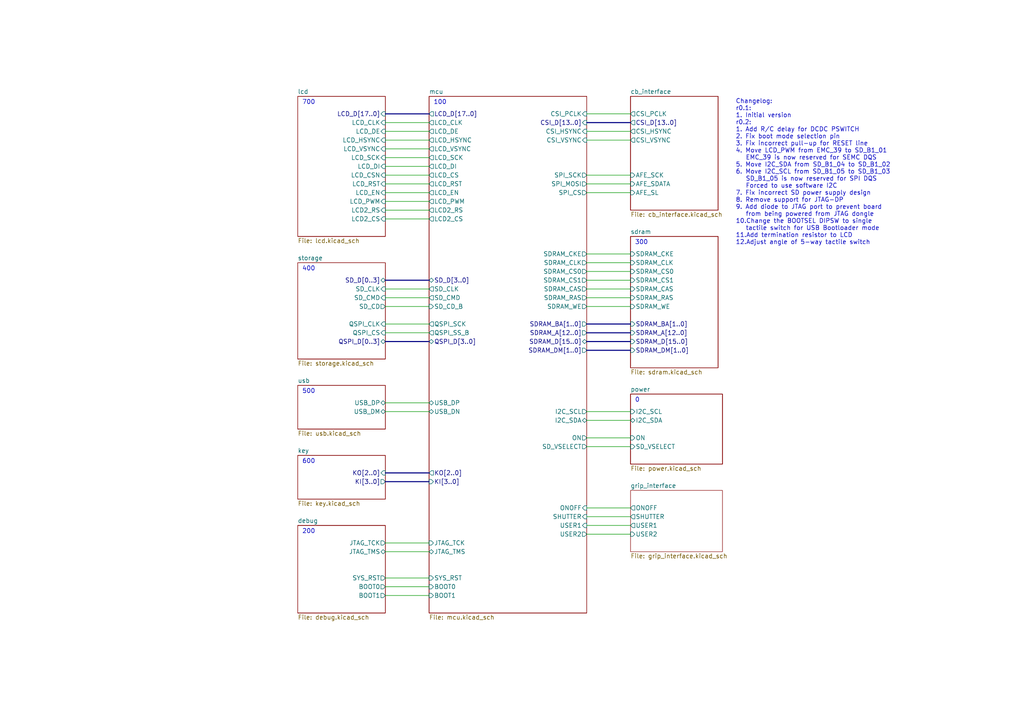
<source format=kicad_sch>
(kicad_sch (version 20210621) (generator eeschema)
  (paper "A4")
  (title_block (title "SitinaNe") (rev "R0.2") (company "Wenting"))
  (lib_symbols)
  (wire (pts (xy 111.76 35.56) (xy 124.46 35.56)))
  (wire (pts (xy 111.76 38.1) (xy 124.46 38.1)))
  (wire (pts (xy 111.76 40.64) (xy 124.46 40.64)))
  (wire (pts (xy 111.76 43.18) (xy 124.46 43.18)))
  (wire (pts (xy 111.76 55.88) (xy 124.46 55.88)))
  (wire (pts (xy 111.76 58.42) (xy 124.46 58.42)))
  (wire (pts (xy 111.76 60.96) (xy 124.46 60.96)))
  (wire (pts (xy 111.76 63.5) (xy 124.46 63.5)))
  (wire (pts (xy 111.76 83.82) (xy 124.46 83.82)))
  (wire (pts (xy 111.76 86.36) (xy 124.46 86.36)))
  (wire (pts (xy 111.76 88.9) (xy 124.46 88.9)))
  (wire (pts (xy 111.76 93.98) (xy 124.46 93.98)))
  (wire (pts (xy 111.76 96.52) (xy 124.46 96.52)))
  (wire (pts (xy 111.76 116.84) (xy 124.46 116.84)))
  (wire (pts (xy 111.76 119.38) (xy 124.46 119.38)))
  (wire (pts (xy 111.76 157.48) (xy 124.46 157.48)))
  (wire (pts (xy 111.76 160.02) (xy 124.46 160.02)))
  (wire (pts (xy 111.76 167.64) (xy 124.46 167.64)))
  (wire (pts (xy 111.76 170.18) (xy 124.46 170.18)))
  (wire (pts (xy 111.76 172.72) (xy 124.46 172.72)))
  (wire (pts (xy 124.46 45.72) (xy 111.76 45.72)))
  (wire (pts (xy 124.46 48.26) (xy 111.76 48.26)))
  (wire (pts (xy 124.46 50.8) (xy 111.76 50.8)))
  (wire (pts (xy 124.46 53.34) (xy 111.76 53.34)))
  (wire (pts (xy 170.18 33.02) (xy 182.88 33.02)))
  (wire (pts (xy 170.18 40.64) (xy 182.88 40.64)))
  (wire (pts (xy 170.18 50.8) (xy 182.88 50.8)))
  (wire (pts (xy 170.18 53.34) (xy 182.88 53.34)))
  (wire (pts (xy 170.18 55.88) (xy 182.88 55.88)))
  (wire (pts (xy 170.18 73.66) (xy 182.88 73.66)))
  (wire (pts (xy 170.18 76.2) (xy 182.88 76.2)))
  (wire (pts (xy 170.18 78.74) (xy 182.88 78.74)))
  (wire (pts (xy 170.18 81.28) (xy 182.88 81.28)))
  (wire (pts (xy 170.18 83.82) (xy 182.88 83.82)))
  (wire (pts (xy 170.18 86.36) (xy 182.88 86.36)))
  (wire (pts (xy 170.18 88.9) (xy 182.88 88.9)))
  (wire (pts (xy 170.18 119.38) (xy 182.88 119.38)))
  (wire (pts (xy 170.18 121.92) (xy 182.88 121.92)))
  (wire (pts (xy 170.18 127) (xy 182.88 127)))
  (wire (pts (xy 170.18 129.54) (xy 182.88 129.54)))
  (wire (pts (xy 170.18 147.32) (xy 182.88 147.32)))
  (wire (pts (xy 170.18 149.86) (xy 182.88 149.86)))
  (wire (pts (xy 170.18 152.4) (xy 182.88 152.4)))
  (wire (pts (xy 170.18 154.94) (xy 182.88 154.94)))
  (wire (pts (xy 182.88 38.1) (xy 170.18 38.1)))
  (bus (pts (xy 111.76 33.02) (xy 124.46 33.02)))
  (bus (pts (xy 111.76 81.28) (xy 124.46 81.28)))
  (bus (pts (xy 111.76 99.06) (xy 124.46 99.06)))
  (bus (pts (xy 111.76 137.16) (xy 124.46 137.16)))
  (bus (pts (xy 111.76 139.7) (xy 124.46 139.7)))
  (bus (pts (xy 170.18 93.98) (xy 182.88 93.98)))
  (bus (pts (xy 170.18 96.52) (xy 182.88 96.52)))
  (bus (pts (xy 170.18 99.06) (xy 182.88 99.06)))
  (bus (pts (xy 170.18 101.6) (xy 182.88 101.6)))
  (bus (pts (xy 182.88 35.56) (xy 170.18 35.56)))
  (text "700" (at 87.63 30.48 0) (effects (font (size 1.27 1.27)) (justify left bottom)))
  (text "400" (at 87.63 78.74 0) (effects (font (size 1.27 1.27)) (justify left bottom)))
  (text "500" (at 87.63 114.3 0) (effects (font (size 1.27 1.27)) (justify left bottom)))
  (text "600" (at 87.63 134.62 0) (effects (font (size 1.27 1.27)) (justify left bottom)))
  (text "200" (at 87.63 154.94 0) (effects (font (size 1.27 1.27)) (justify left bottom)))
  (text "100" (at 125.73 30.48 0) (effects (font (size 1.27 1.27)) (justify left bottom)))
  (text "300" (at 184.15 71.12 0) (effects (font (size 1.27 1.27)) (justify left bottom)))
  (text "0" (at 184.15 116.84 0) (effects (font (size 1.27 1.27)) (justify left bottom)))
  (text "Changelog:\nr0.1:\n1. Initial version\nr0.2:\n1. Add R/C delay for DCDC PSWITCH\n2. Fix boot mode selection pin\n3. Fix incorrect pull-up for RESET line\n4. Move LCD_PWM from EMC_39 to SD_B1_01\n   EMC_39 is now reserved for SEMC DQS\n5. Move I2C_SDA from SD_B1_04 to SD_B1_02\n6. Move I2C_SCL from SD_B1_05 to SD_B1_03\n   SD_B1_05 is now reserved for SPI DQS\n   Forced to use software I2C\n7. Fix incorrect SD power supply design\n8. Remove support for JTAG-DP\n9. Add diode to JTAG port to prevent board\n   from being powered from JTAG dongle\n10.Change the BOOTSEL DIPSW to single\n   tactile switch for USB Bootloader mode\n11.Add termination resistor to LCD\n12.Adjust angle of 5-way tactile switch" (at 213.36 71.12 0) (effects (font (size 1.27 1.27)) (justify left bottom)))
  (sheet (at 182.88 27.94) (size 25.4 33.02)
    (property "Sheet name" "cb_interface" (at 182.88 27.3045 0) (effects (justify left bottom)))
    (property "Sheet file" "cb_interface.kicad_sch" (at 182.88 61.4685 0) (effects (justify left top)))
    (pin "CSI_HSYNC" output (at 182.88 38.1 180))
    (pin "CSI_VSYNC" output (at 182.88 40.64 180))
    (pin "AFE_SCK" input (at 182.88 50.8 180))
    (pin "AFE_SDATA" input (at 182.88 53.34 180))
    (pin "AFE_SL" input (at 182.88 55.88 180))
    (pin "CSI_D[13..0]" output (at 182.88 35.56 180))
    (pin "CSI_PCLK" output (at 182.88 33.02 180))
  )
  (sheet (at 86.36 152.4) (size 25.4 25.4)
    (property "Sheet name" "debug" (at 86.36 151.7645 0) (effects (justify left bottom)))
    (property "Sheet file" "debug.kicad_sch" (at 86.36 178.3085 0) (effects (justify left top)))
    (pin "JTAG_TMS" bidirectional (at 111.76 160.02 0))
    (pin "JTAG_TCK" output (at 111.76 157.48 0))
    (pin "SYS_RST" output (at 111.76 167.64 0))
    (pin "BOOT0" output (at 111.76 170.18 0))
    (pin "BOOT1" output (at 111.76 172.72 0))
  )
  (sheet (at 182.88 142.24) (size 26.67 17.78) (stroke (width 0.0006))
    (property "Sheet name" "grip_interface" (at 182.88 141.6043 0) (effects (justify left bottom)))
    (property "Sheet file" "grip_interface.kicad_sch" (at 182.88 160.5287 0) (effects (justify left top)))
    (pin "USER2" input (at 182.88 154.94 180))
    (pin "USER1" output (at 182.88 152.4 180))
    (pin "ONOFF" output (at 182.88 147.32 180))
    (pin "SHUTTER" output (at 182.88 149.86 180))
  )
  (sheet (at 86.36 132.08) (size 25.4 12.7)
    (property "Sheet name" "key" (at 86.36 131.4445 0) (effects (justify left bottom)))
    (property "Sheet file" "key.kicad_sch" (at 86.36 145.2885 0) (effects (justify left top)))
    (pin "KI[3..0]" output (at 111.76 139.7 0))
    (pin "KO[2..0]" input (at 111.76 137.16 0))
  )
  (sheet (at 86.36 27.94) (size 25.4 40.64)
    (property "Sheet name" "lcd" (at 86.36 27.3045 0) (effects (justify left bottom)))
    (property "Sheet file" "lcd.kicad_sch" (at 86.36 69.0885 0) (effects (justify left top)))
    (pin "LCD_SCK" input (at 111.76 45.72 0))
    (pin "LCD_DI" input (at 111.76 48.26 0))
    (pin "LCD_RST" input (at 111.76 53.34 0))
    (pin "LCD_CSN" input (at 111.76 50.8 0))
    (pin "LCD_EN" input (at 111.76 55.88 0))
    (pin "LCD_PWM" input (at 111.76 58.42 0))
    (pin "LCD_DE" input (at 111.76 38.1 0))
    (pin "LCD_CLK" input (at 111.76 35.56 0))
    (pin "LCD_HSYNC" input (at 111.76 40.64 0))
    (pin "LCD_VSYNC" input (at 111.76 43.18 0))
    (pin "LCD_D[17..0]" input (at 111.76 33.02 0))
    (pin "LCD2_CS" input (at 111.76 63.5 0))
    (pin "LCD2_RS" input (at 111.76 60.96 0))
  )
  (sheet (at 124.46 27.94) (size 45.72 149.86)
    (property "Sheet name" "mcu" (at 124.46 27.3045 0) (effects (justify left bottom)))
    (property "Sheet file" "mcu.kicad_sch" (at 124.46 178.3085 0) (effects (justify left top)))
    (pin "LCD_CLK" output (at 124.46 35.56 180))
    (pin "LCD_HSYNC" output (at 124.46 40.64 180))
    (pin "LCD_VSYNC" output (at 124.46 43.18 180))
    (pin "CSI_HSYNC" input (at 170.18 38.1 0))
    (pin "CSI_PCLK" input (at 170.18 33.02 0))
    (pin "CSI_VSYNC" input (at 170.18 40.64 0))
    (pin "SD_CLK" output (at 124.46 83.82 180))
    (pin "SD_CMD" output (at 124.46 86.36 180))
    (pin "QSPI_SCK" output (at 124.46 93.98 180))
    (pin "QSPI_SS_B" output (at 124.46 96.52 180))
    (pin "LCD_PWM" output (at 124.46 58.42 180))
    (pin "I2C_SDA" bidirectional (at 170.18 121.92 0))
    (pin "I2C_SCL" output (at 170.18 119.38 0))
    (pin "USB_DN" bidirectional (at 124.46 119.38 180))
    (pin "USB_DP" bidirectional (at 124.46 116.84 180))
    (pin "SD_D[3..0]" bidirectional (at 124.46 81.28 180))
    (pin "QSPI_D[3..0]" bidirectional (at 124.46 99.06 180))
    (pin "BOOT0" input (at 124.46 170.18 180))
    (pin "BOOT1" input (at 124.46 172.72 180))
    (pin "JTAG_TCK" input (at 124.46 157.48 180))
    (pin "JTAG_TMS" bidirectional (at 124.46 160.02 180))
    (pin "SD_VSELECT" output (at 170.18 129.54 0))
    (pin "SPI_SCK" output (at 170.18 50.8 0))
    (pin "SPI_MOSI" output (at 170.18 53.34 0))
    (pin "SPI_CS" output (at 170.18 55.88 0))
    (pin "SDRAM_CKE" output (at 170.18 73.66 0))
    (pin "SDRAM_CLK" output (at 170.18 76.2 0))
    (pin "SDRAM_CS0" output (at 170.18 78.74 0))
    (pin "SDRAM_RAS" output (at 170.18 86.36 0))
    (pin "SDRAM_WE" output (at 170.18 88.9 0))
    (pin "SDRAM_D[15..0]" bidirectional (at 170.18 99.06 0))
    (pin "SDRAM_A[12..0]" output (at 170.18 96.52 0))
    (pin "SDRAM_CAS" output (at 170.18 83.82 0))
    (pin "SDRAM_DM[1..0]" output (at 170.18 101.6 0))
    (pin "SDRAM_BA[1..0]" output (at 170.18 93.98 0))
    (pin "SDRAM_CS1" output (at 170.18 81.28 0))
    (pin "LCD_DE" output (at 124.46 38.1 180))
    (pin "SD_CD_B" input (at 124.46 88.9 180))
    (pin "LCD_D[17..0]" output (at 124.46 33.02 180))
    (pin "CSI_D[13..0]" input (at 170.18 35.56 0))
    (pin "LCD_CS" output (at 124.46 50.8 180))
    (pin "KI[3..0]" input (at 124.46 139.7 180))
    (pin "SYS_RST" input (at 124.46 167.64 180))
    (pin "LCD_RST" output (at 124.46 53.34 180))
    (pin "LCD_EN" output (at 124.46 55.88 180))
    (pin "LCD_SCK" output (at 124.46 45.72 180))
    (pin "LCD_DI" output (at 124.46 48.26 180))
    (pin "ON" output (at 170.18 127 0))
    (pin "ONOFF" input (at 170.18 147.32 0))
    (pin "KO[2..0]" output (at 124.46 137.16 180))
    (pin "SHUTTER" input (at 170.18 149.86 0))
    (pin "USER1" input (at 170.18 152.4 0))
    (pin "USER2" output (at 170.18 154.94 0))
    (pin "LCD2_RS" output (at 124.46 60.96 180))
    (pin "LCD2_CS" output (at 124.46 63.5 180))
  )
  (sheet (at 182.88 114.3) (size 26.67 20.32)
    (property "Sheet name" "power" (at 182.88 113.6645 0) (effects (justify left bottom)))
    (property "Sheet file" "power.kicad_sch" (at 182.88 135.1285 0) (effects (justify left top)))
    (pin "I2C_SCL" input (at 182.88 119.38 180))
    (pin "I2C_SDA" bidirectional (at 182.88 121.92 180))
    (pin "ON" input (at 182.88 127 180))
    (pin "SD_VSELECT" input (at 182.88 129.54 180))
  )
  (sheet (at 182.88 68.58) (size 25.4 38.1)
    (property "Sheet name" "sdram" (at 182.88 67.9445 0) (effects (justify left bottom)))
    (property "Sheet file" "sdram.kicad_sch" (at 182.88 107.1885 0) (effects (justify left top)))
    (pin "SDRAM_BA[1..0]" input (at 182.88 93.98 180))
    (pin "SDRAM_A[12..0]" input (at 182.88 96.52 180))
    (pin "SDRAM_DM[1..0]" input (at 182.88 101.6 180))
    (pin "SDRAM_CS0" input (at 182.88 78.74 180))
    (pin "SDRAM_CKE" input (at 182.88 73.66 180))
    (pin "SDRAM_CLK" input (at 182.88 76.2 180))
    (pin "SDRAM_WE" input (at 182.88 88.9 180))
    (pin "SDRAM_CAS" input (at 182.88 83.82 180))
    (pin "SDRAM_RAS" input (at 182.88 86.36 180))
    (pin "SDRAM_CS1" input (at 182.88 81.28 180))
    (pin "SDRAM_D[15..0]" input (at 182.88 99.06 180))
  )
  (sheet (at 86.36 76.2) (size 25.4 27.94)
    (property "Sheet name" "storage" (at 86.36 75.5645 0) (effects (justify left bottom)))
    (property "Sheet file" "storage.kicad_sch" (at 86.36 104.6485 0) (effects (justify left top)))
    (pin "SD_CMD" input (at 111.76 86.36 0))
    (pin "SD_CLK" input (at 111.76 83.82 0))
    (pin "QSPI_CS" input (at 111.76 96.52 0))
    (pin "QSPI_CLK" input (at 111.76 93.98 0))
    (pin "QSPI_D[0..3]" bidirectional (at 111.76 99.06 0))
    (pin "SD_D[0..3]" bidirectional (at 111.76 81.28 0))
    (pin "SD_CD" output (at 111.76 88.9 0))
  )
  (sheet (at 86.36 111.76) (size 25.4 12.7)
    (property "Sheet name" "usb" (at 86.36 111.1245 0) (effects (justify left bottom)))
    (property "Sheet file" "usb.kicad_sch" (at 86.36 124.9685 0) (effects (justify left top)))
    (pin "USB_DP" bidirectional (at 111.76 116.84 0))
    (pin "USB_DM" bidirectional (at 111.76 119.38 0))
  )
)
</source>
